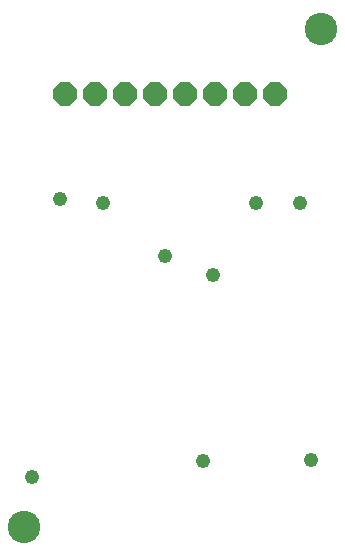
<source format=gbs>
G75*
%MOIN*%
%OFA0B0*%
%FSLAX25Y25*%
%IPPOS*%
%LPD*%
%AMOC8*
5,1,8,0,0,1.08239X$1,22.5*
%
%ADD10C,0.10800*%
%ADD11OC8,0.07800*%
%ADD12C,0.04800*%
D10*
X0008513Y0008513D03*
X0107312Y0174241D03*
D11*
X0091879Y0152784D03*
X0081879Y0152784D03*
X0071879Y0152784D03*
X0061879Y0152784D03*
X0051879Y0152784D03*
X0041879Y0152784D03*
X0031879Y0152784D03*
X0021879Y0152784D03*
D12*
X0020213Y0117813D03*
X0034613Y0116213D03*
X0055413Y0098613D03*
X0071413Y0092213D03*
X0085813Y0116213D03*
X0100213Y0116213D03*
X0103902Y0030550D03*
X0068198Y0030225D03*
X0011112Y0024891D03*
M02*

</source>
